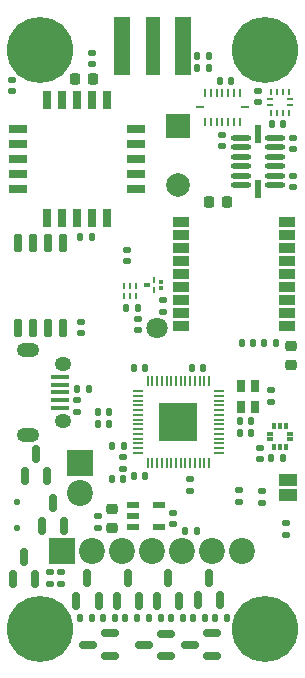
<source format=gbr>
%TF.GenerationSoftware,KiCad,Pcbnew,8.0.0*%
%TF.CreationDate,2024-04-01T12:03:42-07:00*%
%TF.ProjectId,lyrav3r1,6c797261-7633-4723-912e-6b696361645f,rev?*%
%TF.SameCoordinates,Original*%
%TF.FileFunction,Soldermask,Bot*%
%TF.FilePolarity,Negative*%
%FSLAX46Y46*%
G04 Gerber Fmt 4.6, Leading zero omitted, Abs format (unit mm)*
G04 Created by KiCad (PCBNEW 8.0.0) date 2024-04-01 12:03:42*
%MOMM*%
%LPD*%
G01*
G04 APERTURE LIST*
G04 Aperture macros list*
%AMRoundRect*
0 Rectangle with rounded corners*
0 $1 Rounding radius*
0 $2 $3 $4 $5 $6 $7 $8 $9 X,Y pos of 4 corners*
0 Add a 4 corners polygon primitive as box body*
4,1,4,$2,$3,$4,$5,$6,$7,$8,$9,$2,$3,0*
0 Add four circle primitives for the rounded corners*
1,1,$1+$1,$2,$3*
1,1,$1+$1,$4,$5*
1,1,$1+$1,$6,$7*
1,1,$1+$1,$8,$9*
0 Add four rect primitives between the rounded corners*
20,1,$1+$1,$2,$3,$4,$5,0*
20,1,$1+$1,$4,$5,$6,$7,0*
20,1,$1+$1,$6,$7,$8,$9,0*
20,1,$1+$1,$8,$9,$2,$3,0*%
G04 Aperture macros list end*
%ADD10C,5.600000*%
%ADD11R,2.000000X2.000000*%
%ADD12C,2.000000*%
%ADD13R,2.200000X2.200000*%
%ADD14C,2.200000*%
%ADD15C,1.800000*%
%ADD16RoundRect,0.140000X0.170000X-0.140000X0.170000X0.140000X-0.170000X0.140000X-0.170000X-0.140000X0*%
%ADD17RoundRect,0.135000X-0.135000X-0.185000X0.135000X-0.185000X0.135000X0.185000X-0.135000X0.185000X0*%
%ADD18RoundRect,0.140000X-0.170000X0.140000X-0.170000X-0.140000X0.170000X-0.140000X0.170000X0.140000X0*%
%ADD19RoundRect,0.135000X0.185000X-0.135000X0.185000X0.135000X-0.185000X0.135000X-0.185000X-0.135000X0*%
%ADD20RoundRect,0.140000X-0.140000X-0.170000X0.140000X-0.170000X0.140000X0.170000X-0.140000X0.170000X0*%
%ADD21RoundRect,0.140000X0.140000X0.170000X-0.140000X0.170000X-0.140000X-0.170000X0.140000X-0.170000X0*%
%ADD22RoundRect,0.135000X-0.185000X0.135000X-0.185000X-0.135000X0.185000X-0.135000X0.185000X0.135000X0*%
%ADD23RoundRect,0.150000X0.150000X-0.587500X0.150000X0.587500X-0.150000X0.587500X-0.150000X-0.587500X0*%
%ADD24RoundRect,0.135000X0.135000X0.185000X-0.135000X0.185000X-0.135000X-0.185000X0.135000X-0.185000X0*%
%ADD25R,0.500000X0.300000*%
%ADD26R,0.300000X0.500000*%
%ADD27RoundRect,0.150000X-0.150000X0.650000X-0.150000X-0.650000X0.150000X-0.650000X0.150000X0.650000X0*%
%ADD28RoundRect,0.150000X0.587500X0.150000X-0.587500X0.150000X-0.587500X-0.150000X0.587500X-0.150000X0*%
%ADD29RoundRect,0.125000X-0.125000X0.125000X-0.125000X-0.125000X0.125000X-0.125000X0.125000X0.125000X0*%
%ADD30R,0.800000X1.500000*%
%ADD31R,1.500000X0.800000*%
%ADD32R,0.800000X1.000000*%
%ADD33RoundRect,0.050000X-0.050000X0.387500X-0.050000X-0.387500X0.050000X-0.387500X0.050000X0.387500X0*%
%ADD34RoundRect,0.050000X-0.387500X0.050000X-0.387500X-0.050000X0.387500X-0.050000X0.387500X0.050000X0*%
%ADD35R,3.200000X3.200000*%
%ADD36RoundRect,0.225000X-0.250000X0.225000X-0.250000X-0.225000X0.250000X-0.225000X0.250000X0.225000X0*%
%ADD37RoundRect,0.147500X0.147500X0.172500X-0.147500X0.172500X-0.147500X-0.172500X0.147500X-0.172500X0*%
%ADD38RoundRect,0.225000X-0.225000X-0.250000X0.225000X-0.250000X0.225000X0.250000X-0.225000X0.250000X0*%
%ADD39R,0.250000X0.800000*%
%ADD40R,0.800000X0.250000*%
%ADD41R,1.500000X1.000000*%
%ADD42R,0.280000X0.580000*%
%ADD43R,1.600000X0.400000*%
%ADD44O,1.400000X1.200000*%
%ADD45O,1.900000X1.200000*%
%ADD46O,1.770000X0.450000*%
%ADD47R,0.600000X1.550000*%
%ADD48R,1.200000X5.000000*%
%ADD49R,1.400000X5.000000*%
%ADD50RoundRect,0.225000X0.225000X0.250000X-0.225000X0.250000X-0.225000X-0.250000X0.225000X-0.250000X0*%
%ADD51R,1.000000X0.600000*%
%ADD52RoundRect,0.147500X-0.147500X-0.172500X0.147500X-0.172500X0.147500X0.172500X-0.147500X0.172500X0*%
%ADD53R,0.280000X0.500000*%
%ADD54R,0.500000X0.280000*%
%ADD55R,0.500000X0.320000*%
%ADD56R,0.250000X0.520000*%
%ADD57R,0.420000X0.320000*%
%ADD58R,1.450000X0.850000*%
G04 APERTURE END LIST*
D10*
%TO.C,H3*%
X3000000Y3000000D03*
%TD*%
D11*
%TO.C,BZ1*%
X14672400Y45579000D03*
D12*
X14672400Y40579000D03*
%TD*%
D13*
%TO.C,J8*%
X4791800Y9601800D03*
D14*
X7331800Y9601800D03*
X9871800Y9601800D03*
X12411800Y9601800D03*
X14951800Y9601800D03*
X17491800Y9601800D03*
X20031800Y9601800D03*
%TD*%
D15*
%TO.C,AE1*%
X12843600Y28439000D03*
%TD*%
D10*
%TO.C,H1*%
X3000000Y52000000D03*
%TD*%
%TO.C,H2*%
X22000000Y52000000D03*
%TD*%
%TO.C,H4*%
X22000000Y3000000D03*
%TD*%
D13*
%TO.C,J2*%
X6392000Y17044000D03*
D14*
X6392000Y14504000D03*
%TD*%
D16*
%TO.C,C10*%
X600800Y48542600D03*
X600800Y49502600D03*
%TD*%
D17*
%TO.C,R7*%
X15938400Y3886800D03*
X16958400Y3886800D03*
%TD*%
D18*
%TO.C,C29*%
X7385200Y51737800D03*
X7385200Y50777800D03*
%TD*%
D19*
%TO.C,R18*%
X6138000Y21334600D03*
X6138000Y22354600D03*
%TD*%
D20*
%TO.C,C3*%
X9061600Y15647000D03*
X10021600Y15647000D03*
%TD*%
D21*
%TO.C,C18*%
X10047000Y18441000D03*
X9087000Y18441000D03*
%TD*%
D22*
%TO.C,R28*%
X19803200Y14751500D03*
X19803200Y13731500D03*
%TD*%
D23*
%TO.C,Q4*%
X18238600Y5406200D03*
X16338600Y5406200D03*
X17288600Y7281200D03*
%TD*%
%TO.C,Q1*%
X5020400Y11735400D03*
X3120400Y11735400D03*
X4070400Y13610400D03*
%TD*%
D22*
%TO.C,R2*%
X4766400Y7775000D03*
X4766400Y6755000D03*
%TD*%
D24*
%TO.C,R13*%
X17316000Y51461000D03*
X16296000Y51461000D03*
%TD*%
D19*
%TO.C,R3*%
X21784400Y13683300D03*
X21784400Y14703300D03*
%TD*%
D20*
%TO.C,C24*%
X15818000Y25095800D03*
X16778000Y25095800D03*
%TD*%
D18*
%TO.C,C1*%
X18380800Y44829000D03*
X18380800Y43869000D03*
%TD*%
D24*
%TO.C,R9*%
X9289600Y3886800D03*
X8269600Y3886800D03*
%TD*%
D23*
%TO.C,Q9*%
X7928400Y5385400D03*
X6028400Y5385400D03*
X6978400Y7260400D03*
%TD*%
D20*
%TO.C,C12*%
X22546400Y17425000D03*
X23506400Y17425000D03*
%TD*%
D25*
%TO.C,U3*%
X22435800Y19029200D03*
X22435800Y19529200D03*
D26*
X22805800Y20149200D03*
X23305800Y20149200D03*
X23805800Y20149200D03*
D25*
X24175800Y19529200D03*
X24175800Y19029200D03*
D26*
X23805800Y18409200D03*
X23305800Y18409200D03*
X22805800Y18409200D03*
%TD*%
D17*
%TO.C,R15*%
X6085200Y23267000D03*
X7105200Y23267000D03*
%TD*%
D27*
%TO.C,U9*%
X1134200Y35655400D03*
X2404200Y35655400D03*
X3674200Y35655400D03*
X4944200Y35655400D03*
X4944200Y28455400D03*
X3674200Y28455400D03*
X2404200Y28455400D03*
X1134200Y28455400D03*
%TD*%
D28*
%TO.C,Q3*%
X13643900Y2585700D03*
X13643900Y685700D03*
X11768900Y1635700D03*
%TD*%
D29*
%TO.C,D1*%
X1058000Y13699000D03*
X1058000Y11499000D03*
%TD*%
D24*
%TO.C,R16*%
X17318000Y50445000D03*
X16298000Y50445000D03*
%TD*%
D18*
%TO.C,C28*%
X10303600Y35075400D03*
X10303600Y34115400D03*
%TD*%
D20*
%TO.C,C21*%
X19882000Y20574600D03*
X20842000Y20574600D03*
%TD*%
D19*
%TO.C,R1*%
X23816400Y10920600D03*
X23816400Y11940600D03*
%TD*%
D18*
%TO.C,C33*%
X13351600Y30808200D03*
X13351600Y29848200D03*
%TD*%
%TO.C,C4*%
X21604000Y18339400D03*
X21604000Y17379400D03*
%TD*%
D30*
%TO.C,U1*%
X3547200Y47803400D03*
X4817200Y47803400D03*
X6087200Y47803400D03*
X7357200Y47803400D03*
X8627200Y47803400D03*
D31*
X11087200Y45343400D03*
X11087200Y44073400D03*
X11087200Y42803400D03*
X11087200Y41533400D03*
X11087200Y40263400D03*
D30*
X8627200Y37803400D03*
X7357200Y37803400D03*
X6087200Y37803400D03*
X4817200Y37803400D03*
X3547200Y37803400D03*
D31*
X1087200Y40263400D03*
X1087200Y41533400D03*
X1087200Y42803400D03*
X1087200Y44073400D03*
X1087200Y45343400D03*
%TD*%
D23*
%TO.C,Q5*%
X11370400Y5385400D03*
X9470400Y5385400D03*
X10420400Y7260400D03*
%TD*%
D17*
%TO.C,R6*%
X15256600Y11278200D03*
X16276600Y11278200D03*
%TD*%
%TO.C,R17*%
X17794600Y3886800D03*
X18814600Y3886800D03*
%TD*%
D21*
%TO.C,C23*%
X11901200Y15901000D03*
X10941200Y15901000D03*
%TD*%
D32*
%TO.C,X2*%
X21165200Y23557400D03*
X21165200Y21757400D03*
X19965200Y21757400D03*
X19965200Y23557400D03*
%TD*%
D21*
%TO.C,C14*%
X21045200Y27178600D03*
X20085200Y27178600D03*
%TD*%
%TO.C,C17*%
X8802400Y21336600D03*
X7842400Y21336600D03*
%TD*%
%TO.C,C2*%
X19165600Y49378200D03*
X18205600Y49378200D03*
%TD*%
D20*
%TO.C,C16*%
X19882000Y19609400D03*
X20842000Y19609400D03*
%TD*%
D16*
%TO.C,C15*%
X11268800Y28273400D03*
X11268800Y29233400D03*
%TD*%
D33*
%TO.C,U8*%
X12088400Y23944400D03*
X12488400Y23944400D03*
X12888400Y23944400D03*
X13288400Y23944400D03*
X13688400Y23944400D03*
X14088400Y23944400D03*
X14488400Y23944400D03*
X14888400Y23944400D03*
X15288400Y23944400D03*
X15688400Y23944400D03*
X16088400Y23944400D03*
X16488400Y23944400D03*
X16888400Y23944400D03*
X17288400Y23944400D03*
D34*
X18125900Y23106900D03*
X18125900Y22706900D03*
X18125900Y22306900D03*
X18125900Y21906900D03*
X18125900Y21506900D03*
X18125900Y21106900D03*
X18125900Y20706900D03*
X18125900Y20306900D03*
X18125900Y19906900D03*
X18125900Y19506900D03*
X18125900Y19106900D03*
X18125900Y18706900D03*
X18125900Y18306900D03*
X18125900Y17906900D03*
D33*
X17288400Y17069400D03*
X16888400Y17069400D03*
X16488400Y17069400D03*
X16088400Y17069400D03*
X15688400Y17069400D03*
X15288400Y17069400D03*
X14888400Y17069400D03*
X14488400Y17069400D03*
X14088400Y17069400D03*
X13688400Y17069400D03*
X13288400Y17069400D03*
X12888400Y17069400D03*
X12488400Y17069400D03*
X12088400Y17069400D03*
D34*
X11250900Y17906900D03*
X11250900Y18306900D03*
X11250900Y18706900D03*
X11250900Y19106900D03*
X11250900Y19506900D03*
X11250900Y19906900D03*
X11250900Y20306900D03*
X11250900Y20706900D03*
X11250900Y21106900D03*
X11250900Y21506900D03*
X11250900Y21906900D03*
X11250900Y22306900D03*
X11250900Y22706900D03*
X11250900Y23106900D03*
D35*
X14688400Y20506900D03*
%TD*%
D17*
%TO.C,R8*%
X12183200Y3886800D03*
X13203200Y3886800D03*
%TD*%
%TO.C,R10*%
X14060800Y3912200D03*
X15080800Y3912200D03*
%TD*%
D23*
%TO.C,Q8*%
X2580900Y7241900D03*
X680900Y7241900D03*
X1630900Y9116900D03*
%TD*%
%TO.C,Q2*%
X14762700Y5383100D03*
X12862700Y5383100D03*
X13812700Y7258100D03*
%TD*%
D36*
%TO.C,C34*%
X24210400Y26912200D03*
X24210400Y25362200D03*
%TD*%
D37*
%TO.C,L4*%
X11245800Y30175800D03*
X10275800Y30175800D03*
%TD*%
D38*
%TO.C,C11*%
X5908800Y49581400D03*
X7458800Y49581400D03*
%TD*%
D36*
%TO.C,C7*%
X9084400Y13120000D03*
X9084400Y11570000D03*
%TD*%
D39*
%TO.C,U2*%
X19920900Y48343700D03*
X19420900Y48343700D03*
X18920900Y48343700D03*
X18420900Y48343700D03*
X17920900Y48343700D03*
X17420900Y48343700D03*
X16920900Y48343700D03*
D40*
X16510900Y47143700D03*
D39*
X16920900Y45943700D03*
X17420900Y45943700D03*
X17920900Y45943700D03*
X18420900Y45943700D03*
X18920900Y45943700D03*
X19420900Y45943700D03*
X19920900Y45943700D03*
D40*
X20330900Y47143700D03*
%TD*%
D41*
%TO.C,J1*%
X23968800Y15626200D03*
X23968800Y14326200D03*
%TD*%
D17*
%TO.C,R12*%
X6390000Y3907600D03*
X7410000Y3907600D03*
%TD*%
D16*
%TO.C,C9*%
X21400800Y47577400D03*
X21400800Y48537400D03*
%TD*%
D18*
%TO.C,C13*%
X22495600Y23188200D03*
X22495600Y22228200D03*
%TD*%
D23*
%TO.C,Q6*%
X3573800Y15899400D03*
X1673800Y15899400D03*
X2623800Y17774400D03*
%TD*%
D42*
%TO.C,U7*%
X11116400Y31215400D03*
X10616400Y31215400D03*
X10116400Y31215400D03*
X10116400Y32055400D03*
X10616400Y32055400D03*
X11116400Y32055400D03*
%TD*%
D21*
%TO.C,C25*%
X11883300Y25120500D03*
X10923300Y25120500D03*
%TD*%
D18*
%TO.C,C19*%
X10038100Y17526600D03*
X10038100Y16566600D03*
%TD*%
%TO.C,C50*%
X24375200Y44575000D03*
X24375200Y43615000D03*
%TD*%
D20*
%TO.C,C8*%
X22597200Y45771400D03*
X23557200Y45771400D03*
%TD*%
D43*
%TO.C,J7*%
X4629700Y21713000D03*
X4629700Y22363000D03*
X4629700Y23013000D03*
X4629700Y23663000D03*
X4639700Y24313000D03*
D44*
X4879700Y25433000D03*
X4879700Y20593000D03*
D45*
X1979700Y19413000D03*
X1979700Y26613000D03*
%TD*%
D21*
%TO.C,C26*%
X8802400Y20371400D03*
X7842400Y20371400D03*
%TD*%
D46*
%TO.C,U5*%
X22838800Y44571000D03*
X22838800Y43771000D03*
X22838800Y42971000D03*
X22838800Y42171000D03*
X22838800Y41371000D03*
X22838800Y40571000D03*
D47*
X21428800Y40271000D03*
D46*
X20018800Y40571000D03*
X20018800Y41371000D03*
X20018800Y42171000D03*
X20018800Y42971000D03*
X20018800Y43771000D03*
X20018800Y44571000D03*
D47*
X21428800Y44871000D03*
%TD*%
D48*
%TO.C,AE3*%
X12500000Y52365000D03*
D49*
X15050000Y52365000D03*
X9950000Y52365000D03*
%TD*%
D16*
%TO.C,C32*%
X24375200Y40414600D03*
X24375200Y41374600D03*
%TD*%
D50*
%TO.C,C20*%
X18800200Y39116600D03*
X17250200Y39116600D03*
%TD*%
D18*
%TO.C,C22*%
X15670500Y15643700D03*
X15670500Y14683700D03*
%TD*%
D51*
%TO.C,U6*%
X10829200Y11598200D03*
X10829200Y12548200D03*
X10829200Y13498200D03*
X13029200Y13498200D03*
X13029200Y11598200D03*
%TD*%
D52*
%TO.C,L1*%
X21959800Y27178600D03*
X22929800Y27178600D03*
%TD*%
D53*
%TO.C,U4*%
X24046400Y46685800D03*
X23546400Y46685800D03*
X23046400Y46685800D03*
X22546400Y46685800D03*
D54*
X22416400Y47315800D03*
X22416400Y47815800D03*
D53*
X22546400Y48445800D03*
X23046400Y48445800D03*
X23546400Y48445800D03*
X24046400Y48445800D03*
D54*
X24176400Y47815800D03*
X24176400Y47315800D03*
%TD*%
D55*
%TO.C,FL1*%
X12030800Y32101700D03*
D56*
X12620800Y32491700D03*
D57*
X13210800Y32391700D03*
X13210800Y31811700D03*
D56*
X12620800Y31711700D03*
%TD*%
D28*
%TO.C,Q10*%
X8881200Y2611100D03*
X8881200Y711100D03*
X7006200Y1661100D03*
%TD*%
D18*
%TO.C,C6*%
X7888000Y12520200D03*
X7888000Y11560200D03*
%TD*%
D58*
%TO.C,IC1*%
X23900000Y37425000D03*
X23900000Y36325000D03*
X23900000Y35225000D03*
X23900000Y34125000D03*
X23900000Y33025000D03*
X23900000Y31925000D03*
X23900000Y30825000D03*
X23900000Y29725000D03*
X23900000Y28625000D03*
X14900000Y28625000D03*
X14900000Y29725000D03*
X14900000Y30825000D03*
X14900000Y31925000D03*
X14900000Y33025000D03*
X14900000Y34125000D03*
X14900000Y35225000D03*
X14900000Y36325000D03*
X14900000Y37425000D03*
%TD*%
D16*
%TO.C,C27*%
X6442800Y28019400D03*
X6442800Y28979400D03*
%TD*%
D17*
%TO.C,R11*%
X10174600Y3882200D03*
X11194600Y3882200D03*
%TD*%
D28*
%TO.C,Q7*%
X17514900Y2604400D03*
X17514900Y704400D03*
X15639900Y1654400D03*
%TD*%
D24*
%TO.C,R14*%
X7359200Y36170200D03*
X6339200Y36170200D03*
%TD*%
D16*
%TO.C,C5*%
X14266000Y11865000D03*
X14266000Y12825000D03*
%TD*%
D19*
%TO.C,R4*%
X3801200Y6755000D03*
X3801200Y7775000D03*
%TD*%
M02*

</source>
